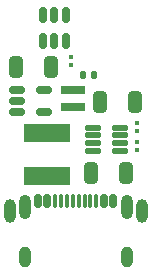
<source format=gbr>
%TF.GenerationSoftware,KiCad,Pcbnew,9.0.1*%
%TF.CreationDate,2025-07-17T15:45:22-04:00*%
%TF.ProjectId,flowstick_main_pcb,666c6f77-7374-4696-936b-5f6d61696e5f,rev?*%
%TF.SameCoordinates,Original*%
%TF.FileFunction,Paste,Bot*%
%TF.FilePolarity,Positive*%
%FSLAX46Y46*%
G04 Gerber Fmt 4.6, Leading zero omitted, Abs format (unit mm)*
G04 Created by KiCad (PCBNEW 9.0.1) date 2025-07-17 15:45:22*
%MOMM*%
%LPD*%
G01*
G04 APERTURE LIST*
G04 Aperture macros list*
%AMRoundRect*
0 Rectangle with rounded corners*
0 $1 Rounding radius*
0 $2 $3 $4 $5 $6 $7 $8 $9 X,Y pos of 4 corners*
0 Add a 4 corners polygon primitive as box body*
4,1,4,$2,$3,$4,$5,$6,$7,$8,$9,$2,$3,0*
0 Add four circle primitives for the rounded corners*
1,1,$1+$1,$2,$3*
1,1,$1+$1,$4,$5*
1,1,$1+$1,$6,$7*
1,1,$1+$1,$8,$9*
0 Add four rect primitives between the rounded corners*
20,1,$1+$1,$2,$3,$4,$5,0*
20,1,$1+$1,$4,$5,$6,$7,0*
20,1,$1+$1,$6,$7,$8,$9,0*
20,1,$1+$1,$8,$9,$2,$3,0*%
G04 Aperture macros list end*
%ADD10RoundRect,0.140000X-0.140000X-0.170000X0.140000X-0.170000X0.140000X0.170000X-0.140000X0.170000X0*%
%ADD11RoundRect,0.150000X-0.512500X-0.150000X0.512500X-0.150000X0.512500X0.150000X-0.512500X0.150000X0*%
%ADD12R,4.000000X1.500000*%
%ADD13RoundRect,0.079500X0.100500X-0.079500X0.100500X0.079500X-0.100500X0.079500X-0.100500X-0.079500X0*%
%ADD14RoundRect,0.079500X-0.100500X0.079500X-0.100500X-0.079500X0.100500X-0.079500X0.100500X0.079500X0*%
%ADD15RoundRect,0.125000X-0.537500X-0.125000X0.537500X-0.125000X0.537500X0.125000X-0.537500X0.125000X0*%
%ADD16O,1.000000X2.000000*%
%ADD17RoundRect,0.150000X-0.150000X0.512500X-0.150000X-0.512500X0.150000X-0.512500X0.150000X0.512500X0*%
%ADD18R,2.000000X0.700000*%
%ADD19RoundRect,0.250000X0.325000X0.650000X-0.325000X0.650000X-0.325000X-0.650000X0.325000X-0.650000X0*%
%ADD20RoundRect,0.250000X-0.325000X-0.650000X0.325000X-0.650000X0.325000X0.650000X-0.325000X0.650000X0*%
%ADD21RoundRect,0.150000X0.150000X0.425000X-0.150000X0.425000X-0.150000X-0.425000X0.150000X-0.425000X0*%
%ADD22RoundRect,0.075000X0.075000X0.500000X-0.075000X0.500000X-0.075000X-0.500000X0.075000X-0.500000X0*%
%ADD23O,1.000000X1.800000*%
%ADD24O,1.000000X2.100000*%
G04 APERTURE END LIST*
D10*
%TO.C,C1*%
X151580000Y-83000000D03*
X150620000Y-83000000D03*
%TD*%
D11*
%TO.C,U3*%
X145062500Y-86150000D03*
X145062500Y-85200000D03*
X145062500Y-84250000D03*
X147337500Y-84250000D03*
X147337500Y-86150000D03*
%TD*%
D12*
%TO.C,L3*%
X147600000Y-91500000D03*
X147600000Y-87900000D03*
%TD*%
D13*
%TO.C,R6*%
X155200000Y-87745000D03*
X155200000Y-87055000D03*
%TD*%
D14*
%TO.C,R12*%
X149600000Y-81475000D03*
X149600000Y-82165000D03*
%TD*%
D15*
%TO.C,U2*%
X151462500Y-89375000D03*
X151462500Y-88725000D03*
X151462500Y-88075000D03*
X151462500Y-87425000D03*
X153737500Y-87425000D03*
X153737500Y-88075000D03*
X153737500Y-88725000D03*
X153737500Y-89375000D03*
%TD*%
D16*
%TO.C,J5*%
X155600000Y-94500000D03*
%TD*%
D17*
%TO.C,U4*%
X147250000Y-77862500D03*
X148200000Y-77862500D03*
X149150000Y-77862500D03*
X149150000Y-80137500D03*
X148200000Y-80137500D03*
X147250000Y-80137500D03*
%TD*%
D16*
%TO.C,J2*%
X144400000Y-94500000D03*
%TD*%
D13*
%TO.C,R5*%
X155200000Y-89345000D03*
X155200000Y-88655000D03*
%TD*%
D18*
%TO.C,L4*%
X149775000Y-85700000D03*
X149775000Y-84250000D03*
%TD*%
D19*
%TO.C,C12*%
X147875000Y-82300000D03*
X144925000Y-82300000D03*
%TD*%
D20*
%TO.C,C10*%
X152100000Y-85300000D03*
X155050000Y-85300000D03*
%TD*%
%TO.C,C9*%
X151325000Y-91300000D03*
X154275000Y-91300000D03*
%TD*%
D21*
%TO.C,J1*%
X153200000Y-93620000D03*
X152400000Y-93620000D03*
D22*
X151250000Y-93620000D03*
X150250000Y-93620000D03*
X149750000Y-93620000D03*
X148750000Y-93620000D03*
D21*
X147600000Y-93620000D03*
X146800000Y-93620000D03*
X146800000Y-93620000D03*
X147600000Y-93620000D03*
D22*
X148250000Y-93620000D03*
X149250000Y-93620000D03*
X150750000Y-93620000D03*
X151750000Y-93620000D03*
D21*
X152400000Y-93620000D03*
X153200000Y-93620000D03*
D23*
X154320000Y-98375000D03*
D24*
X154320000Y-94195000D03*
D23*
X145680000Y-98375000D03*
D24*
X145680000Y-94195000D03*
%TD*%
M02*

</source>
